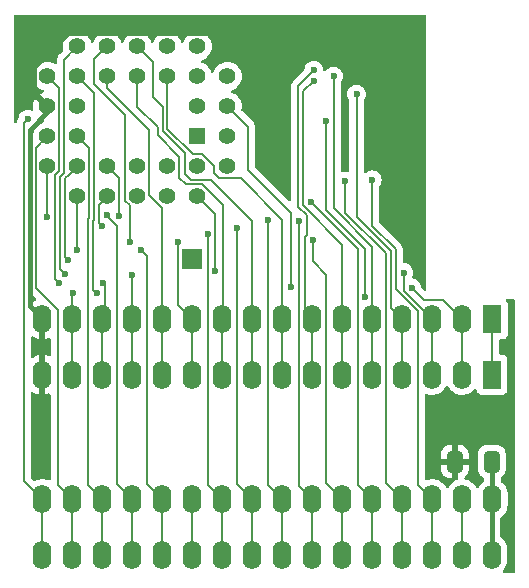
<source format=gbr>
%TF.GenerationSoftware,KiCad,Pcbnew,8.0.1-8.0.1-1~ubuntu22.04.1*%
%TF.CreationDate,2024-03-26T21:41:53+01:00*%
%TF.ProjectId,flash,666c6173-682e-46b6-9963-61645f706362,rev?*%
%TF.SameCoordinates,Original*%
%TF.FileFunction,Copper,L4,Bot*%
%TF.FilePolarity,Positive*%
%FSLAX46Y46*%
G04 Gerber Fmt 4.6, Leading zero omitted, Abs format (unit mm)*
G04 Created by KiCad (PCBNEW 8.0.1-8.0.1-1~ubuntu22.04.1) date 2024-03-26 21:41:53*
%MOMM*%
%LPD*%
G01*
G04 APERTURE LIST*
G04 Aperture macros list*
%AMRoundRect*
0 Rectangle with rounded corners*
0 $1 Rounding radius*
0 $2 $3 $4 $5 $6 $7 $8 $9 X,Y pos of 4 corners*
0 Add a 4 corners polygon primitive as box body*
4,1,4,$2,$3,$4,$5,$6,$7,$8,$9,$2,$3,0*
0 Add four circle primitives for the rounded corners*
1,1,$1+$1,$2,$3*
1,1,$1+$1,$4,$5*
1,1,$1+$1,$6,$7*
1,1,$1+$1,$8,$9*
0 Add four rect primitives between the rounded corners*
20,1,$1+$1,$2,$3,$4,$5,0*
20,1,$1+$1,$4,$5,$6,$7,0*
20,1,$1+$1,$6,$7,$8,$9,0*
20,1,$1+$1,$8,$9,$2,$3,0*%
G04 Aperture macros list end*
%TA.AperFunction,ComponentPad*%
%ADD10R,1.422400X1.422400*%
%TD*%
%TA.AperFunction,ComponentPad*%
%ADD11C,1.422400*%
%TD*%
%TA.AperFunction,ComponentPad*%
%ADD12R,1.600000X2.400000*%
%TD*%
%TA.AperFunction,ComponentPad*%
%ADD13O,1.600000X2.400000*%
%TD*%
%TA.AperFunction,ComponentPad*%
%ADD14R,1.700000X1.700000*%
%TD*%
%TA.AperFunction,SMDPad,CuDef*%
%ADD15RoundRect,0.250000X0.412500X0.650000X-0.412500X0.650000X-0.412500X-0.650000X0.412500X-0.650000X0*%
%TD*%
%TA.AperFunction,ViaPad*%
%ADD16C,0.800000*%
%TD*%
%TA.AperFunction,ViaPad*%
%ADD17C,0.600000*%
%TD*%
%TA.AperFunction,Conductor*%
%ADD18C,0.200000*%
%TD*%
%TA.AperFunction,Conductor*%
%ADD19C,0.400000*%
%TD*%
G04 APERTURE END LIST*
D10*
%TO.P,U2,1,A18*%
%TO.N,/A18*%
X214426800Y-168656000D03*
D11*
%TO.P,U2,2,A16*%
%TO.N,/A16*%
X216966800Y-166116000D03*
%TO.P,U2,3,A15*%
%TO.N,/A15*%
X214426800Y-166116000D03*
%TO.P,U2,4,A12*%
%TO.N,/A12*%
X216966800Y-163576000D03*
%TO.P,U2,5,A7*%
%TO.N,/A7*%
X214426800Y-161036000D03*
%TO.P,U2,6,A6*%
%TO.N,/A6*%
X214426800Y-163576000D03*
%TO.P,U2,7,A5*%
%TO.N,/A5*%
X211886800Y-161036000D03*
%TO.P,U2,8,A4*%
%TO.N,/A4*%
X211886800Y-163576000D03*
%TO.P,U2,9,A3*%
%TO.N,/A3*%
X209346800Y-161036000D03*
%TO.P,U2,10,A2*%
%TO.N,/A2*%
X209346800Y-163576000D03*
%TO.P,U2,11,A1*%
%TO.N,/A1*%
X206806800Y-161036000D03*
%TO.P,U2,12,A0*%
%TO.N,/A0*%
X206806800Y-163576000D03*
%TO.P,U2,13,D0*%
%TO.N,/D0*%
X204266800Y-161036000D03*
%TO.P,U2,14,D1*%
%TO.N,/D1*%
X201726800Y-163576000D03*
%TO.P,U2,15,D2*%
%TO.N,/D2*%
X204266800Y-163576000D03*
%TO.P,U2,16,GND*%
%TO.N,GND*%
X201726800Y-166116000D03*
%TO.P,U2,17,D3*%
%TO.N,/D3*%
X204266800Y-166116000D03*
%TO.P,U2,18,D4*%
%TO.N,/D4*%
X201726800Y-168656000D03*
%TO.P,U2,19,D5*%
%TO.N,/D5*%
X204266800Y-168656000D03*
%TO.P,U2,20,D6*%
%TO.N,/D6*%
X201726800Y-171196000D03*
%TO.P,U2,21,D7*%
%TO.N,/D7*%
X204266800Y-173736000D03*
%TO.P,U2,22,CE*%
%TO.N,/~{CS_ROM}*%
X204266800Y-171196000D03*
%TO.P,U2,23,A10*%
%TO.N,/A10*%
X206806800Y-173736000D03*
%TO.P,U2,24,OE*%
%TO.N,/~{OE}*%
X206806800Y-171196000D03*
%TO.P,U2,25,A11*%
%TO.N,/A11*%
X209346800Y-173736000D03*
%TO.P,U2,26,A9*%
%TO.N,/A9*%
X209346800Y-171196000D03*
%TO.P,U2,27,A8*%
%TO.N,/A8*%
X211886800Y-173736000D03*
%TO.P,U2,28,A13*%
%TO.N,/A13*%
X211886800Y-171196000D03*
%TO.P,U2,29,A14*%
%TO.N,/A14*%
X214426800Y-173736000D03*
%TO.P,U2,30,A17*%
%TO.N,/A17*%
X216966800Y-171196000D03*
%TO.P,U2,31,PGM*%
%TO.N,/~{WE}*%
X214426800Y-171196000D03*
%TO.P,U2,32,VCC*%
%TO.N,VCC*%
X216966800Y-168656000D03*
%TD*%
D12*
%TO.P,U1,1,A18*%
%TO.N,/A18*%
X239395000Y-184150000D03*
D13*
%TO.P,U1,2,A16*%
%TO.N,/A16*%
X236855000Y-184150000D03*
%TO.P,U1,3,A14*%
%TO.N,/A14*%
X234315000Y-184150000D03*
%TO.P,U1,4,A12*%
%TO.N,/A12*%
X231775000Y-184150000D03*
%TO.P,U1,5,A7*%
%TO.N,/A7*%
X229235000Y-184150000D03*
%TO.P,U1,6,A6*%
%TO.N,/A6*%
X226695000Y-184150000D03*
%TO.P,U1,7,A5*%
%TO.N,/A5*%
X224155000Y-184150000D03*
%TO.P,U1,8,A4*%
%TO.N,/A4*%
X221615000Y-184150000D03*
%TO.P,U1,9,A3*%
%TO.N,/A3*%
X219075000Y-184150000D03*
%TO.P,U1,10,A2*%
%TO.N,/A2*%
X216535000Y-184150000D03*
%TO.P,U1,11,A1*%
%TO.N,/A1*%
X213995000Y-184150000D03*
%TO.P,U1,12,A0*%
%TO.N,/A0*%
X211455000Y-184150000D03*
%TO.P,U1,13,DQ0*%
%TO.N,/D0*%
X208915000Y-184150000D03*
%TO.P,U1,14,DQ1*%
%TO.N,/D1*%
X206375000Y-184150000D03*
%TO.P,U1,15,DQ2*%
%TO.N,/D2*%
X203835000Y-184150000D03*
%TO.P,U1,16,VSS*%
%TO.N,GND*%
X201295000Y-184150000D03*
%TO.P,U1,17,DQ3*%
%TO.N,/D3*%
X201295000Y-199390000D03*
%TO.P,U1,18,DQ4*%
%TO.N,/D4*%
X203835000Y-199390000D03*
%TO.P,U1,19,DQ5*%
%TO.N,/D5*%
X206375000Y-199390000D03*
%TO.P,U1,20,DQ6*%
%TO.N,/D6*%
X208915000Y-199390000D03*
%TO.P,U1,21,DQ7*%
%TO.N,/D7*%
X211455000Y-199390000D03*
%TO.P,U1,22,CE#*%
%TO.N,/~{CE}*%
X213995000Y-199390000D03*
%TO.P,U1,23,A10*%
%TO.N,/A10*%
X216535000Y-199390000D03*
%TO.P,U1,24,OE#*%
%TO.N,/~{OE}*%
X219075000Y-199390000D03*
%TO.P,U1,25,A11*%
%TO.N,/A11*%
X221615000Y-199390000D03*
%TO.P,U1,26,A9*%
%TO.N,/A9*%
X224155000Y-199390000D03*
%TO.P,U1,27,A8*%
%TO.N,/A8*%
X226695000Y-199390000D03*
%TO.P,U1,28,A13*%
%TO.N,/A13*%
X229235000Y-199390000D03*
%TO.P,U1,29,WE#*%
%TO.N,/~{WE}*%
X231775000Y-199390000D03*
%TO.P,U1,30,A17*%
%TO.N,/A17*%
X234315000Y-199390000D03*
%TO.P,U1,31,A15*%
%TO.N,/A15*%
X236855000Y-199390000D03*
%TO.P,U1,32,VCC*%
%TO.N,VCC*%
X239395000Y-199390000D03*
%TD*%
%TO.P,U3,32,VCC*%
%TO.N,VCC*%
X239369600Y-204090000D03*
%TO.P,U3,31,A15*%
%TO.N,/A15*%
X236829600Y-204090000D03*
%TO.P,U3,30,A17*%
%TO.N,/A17*%
X234289600Y-204090000D03*
%TO.P,U3,29,WE#*%
%TO.N,/~{WE}*%
X231749600Y-204090000D03*
%TO.P,U3,28,A13*%
%TO.N,/A13*%
X229209600Y-204090000D03*
%TO.P,U3,27,A8*%
%TO.N,/A8*%
X226669600Y-204090000D03*
%TO.P,U3,26,A9*%
%TO.N,/A9*%
X224129600Y-204090000D03*
%TO.P,U3,25,A11*%
%TO.N,/A11*%
X221589600Y-204090000D03*
%TO.P,U3,24,OE#*%
%TO.N,/~{OE}*%
X219049600Y-204090000D03*
%TO.P,U3,23,A10*%
%TO.N,/A10*%
X216509600Y-204090000D03*
%TO.P,U3,22,CE#*%
%TO.N,/~{CE}*%
X213969600Y-204090000D03*
%TO.P,U3,21,DQ7*%
%TO.N,/D7*%
X211429600Y-204090000D03*
%TO.P,U3,20,DQ6*%
%TO.N,/D6*%
X208889600Y-204090000D03*
%TO.P,U3,19,DQ5*%
%TO.N,/D5*%
X206349600Y-204090000D03*
%TO.P,U3,18,DQ4*%
%TO.N,/D4*%
X203809600Y-204090000D03*
%TO.P,U3,17,DQ3*%
%TO.N,/D3*%
X201269600Y-204090000D03*
%TO.P,U3,16,VSS*%
%TO.N,GND*%
X201269600Y-188850000D03*
%TO.P,U3,15,DQ2*%
%TO.N,/D2*%
X203809600Y-188850000D03*
%TO.P,U3,14,DQ1*%
%TO.N,/D1*%
X206349600Y-188850000D03*
%TO.P,U3,13,DQ0*%
%TO.N,/D0*%
X208889600Y-188850000D03*
%TO.P,U3,12,A0*%
%TO.N,/A0*%
X211429600Y-188850000D03*
%TO.P,U3,11,A1*%
%TO.N,/A1*%
X213969600Y-188850000D03*
%TO.P,U3,10,A2*%
%TO.N,/A2*%
X216509600Y-188850000D03*
%TO.P,U3,9,A3*%
%TO.N,/A3*%
X219049600Y-188850000D03*
%TO.P,U3,8,A4*%
%TO.N,/A4*%
X221589600Y-188850000D03*
%TO.P,U3,7,A5*%
%TO.N,/A5*%
X224129600Y-188850000D03*
%TO.P,U3,6,A6*%
%TO.N,/A6*%
X226669600Y-188850000D03*
%TO.P,U3,5,A7*%
%TO.N,/A7*%
X229209600Y-188850000D03*
%TO.P,U3,4,A12*%
%TO.N,/A12*%
X231749600Y-188850000D03*
%TO.P,U3,3,A14*%
%TO.N,/A14*%
X234289600Y-188850000D03*
%TO.P,U3,2,A16*%
%TO.N,/A16*%
X236829600Y-188850000D03*
D12*
%TO.P,U3,1,A18*%
%TO.N,/A18*%
X239369600Y-188850000D03*
%TD*%
D14*
%TO.P,CS_ROM,1,Pin_1*%
%TO.N,/~{CS_ROM}*%
X213995000Y-179070000D03*
%TD*%
D15*
%TO.P,C1,1*%
%TO.N,VCC*%
X239345000Y-196215000D03*
%TO.P,C1,2*%
%TO.N,GND*%
X236220000Y-196215000D03*
%TD*%
D16*
%TO.N,GND*%
X234442000Y-196215000D03*
D17*
%TO.N,/A15*%
X225298000Y-167386000D03*
%TO.N,/A7*%
X225948001Y-163576000D03*
%TO.N,/A12*%
X227895000Y-165100000D03*
%TO.N,/A6*%
X224286000Y-163957000D03*
%TO.N,/A5*%
X224282000Y-163068000D03*
%TO.N,/A15*%
X228600000Y-182245000D03*
%TO.N,/A17*%
X229209600Y-172364400D03*
%TO.N,/~{WE}*%
X226949000Y-172466000D03*
%TO.N,/A13*%
X224028000Y-174244000D03*
%TO.N,/A8*%
X224194755Y-177425997D03*
%TO.N,/A16*%
X232562400Y-181508408D03*
X222351600Y-181457600D03*
%TO.N,/A14*%
X231902000Y-180212996D03*
X215950800Y-180086000D03*
%TO.N,/A9*%
X223062800Y-175869600D03*
D16*
%TO.N,GND*%
X219583000Y-165481000D03*
D17*
%TO.N,/A11*%
X220370398Y-175768000D03*
%TO.N,/A1*%
X212750400Y-177596800D03*
X208686400Y-177596800D03*
%TO.N,/A10*%
X215300800Y-176910996D03*
X206303434Y-176249728D03*
%TO.N,/~{OE}*%
X207822800Y-175412400D03*
X217779600Y-176418000D03*
%TO.N,/D7*%
X204266800Y-178308000D03*
X209651600Y-178308000D03*
%TO.N,/D6*%
X201726800Y-175514000D03*
X206806800Y-175358968D03*
%TO.N,/D3*%
X200063800Y-167216620D03*
%TO.N,/D2*%
X203860400Y-181965600D03*
X205928000Y-181965600D03*
%TO.N,/D0*%
X203250800Y-180340000D03*
X208889600Y-180390800D03*
%TO.N,/D1*%
X202742800Y-181102000D03*
X206400401Y-181101999D03*
%TO.N,/~{CS_ROM}*%
X203504800Y-179120800D03*
%TD*%
D18*
%TO.N,/A12*%
X227895000Y-175501686D02*
X227895000Y-165100000D01*
X230801200Y-178407886D02*
X227895000Y-175501686D01*
%TO.N,/A17*%
X229209600Y-176250600D02*
X229209600Y-172364400D01*
%TO.N,/A12*%
X230801200Y-183176200D02*
X230801200Y-178407886D01*
X231775000Y-184150000D02*
X230801200Y-183176200D01*
%TO.N,/A17*%
X234315000Y-199390000D02*
X233070400Y-198145400D01*
X233070400Y-183489765D02*
X231201200Y-181620565D01*
X231201200Y-178242200D02*
X229209600Y-176250600D01*
X233070400Y-198145400D02*
X233070400Y-183489765D01*
X231201200Y-181620565D02*
X231201200Y-178242200D01*
%TO.N,/~{WE}*%
X231775000Y-199390000D02*
X230401200Y-198016200D01*
X230401200Y-198016200D02*
X230401200Y-178585200D01*
X230401200Y-178585200D02*
X226949000Y-175133000D01*
X226949000Y-175133000D02*
X226949000Y-172466000D01*
%TO.N,/A7*%
X229235000Y-184150000D02*
X229235000Y-178054000D01*
X229235000Y-178054000D02*
X225948001Y-174767001D01*
X225948001Y-174767001D02*
X225948001Y-163576000D01*
%TO.N,/A15*%
X228600000Y-182245000D02*
X228600000Y-178181000D01*
X228600000Y-178181000D02*
X225298000Y-174879000D01*
X225298000Y-174879000D02*
X225298000Y-167386000D01*
%TO.N,/A13*%
X227990400Y-178206400D02*
X224028000Y-174244000D01*
%TO.N,/A5*%
X222978000Y-174678924D02*
X222978000Y-164372000D01*
%TO.N,/A13*%
X229235000Y-199390000D02*
X227990400Y-198145400D01*
%TO.N,/A6*%
X226695000Y-177830239D02*
X223378000Y-174513239D01*
%TO.N,/A5*%
X223662769Y-175363693D02*
X222978000Y-174678924D01*
%TO.N,/A6*%
X223378000Y-174513239D02*
X223378000Y-164865000D01*
%TO.N,/A5*%
X224155000Y-184150000D02*
X223544755Y-183539755D01*
%TO.N,/A13*%
X227990400Y-198145400D02*
X227990400Y-178206400D01*
%TO.N,/A5*%
X223544755Y-177156758D02*
X223662769Y-177038744D01*
X223662769Y-177038744D02*
X223662769Y-175363693D01*
X222978000Y-164372000D02*
X224282000Y-163068000D01*
%TO.N,/A6*%
X223378000Y-164865000D02*
X224286000Y-163957000D01*
X226695000Y-184150000D02*
X226695000Y-177830239D01*
%TO.N,/A5*%
X223544755Y-183539755D02*
X223544755Y-177156758D01*
%TO.N,/A8*%
X224194755Y-179225126D02*
X224194755Y-177425997D01*
X225346452Y-198041452D02*
X225346452Y-180376823D01*
X226695000Y-199390000D02*
X225346452Y-198041452D01*
X225346452Y-180376823D02*
X224194755Y-179225126D01*
%TO.N,/A3*%
X219075000Y-184150000D02*
X219075000Y-175800285D01*
X219075000Y-175800285D02*
X215599515Y-172324800D01*
X213341914Y-170067199D02*
X211486800Y-168212085D01*
X211486800Y-166147800D02*
X210693000Y-165354000D01*
X215599515Y-172324800D02*
X213842261Y-172324800D01*
X213842261Y-172324800D02*
X213341914Y-171824453D01*
X211486800Y-168212085D02*
X211486800Y-166147800D01*
X213341914Y-171824453D02*
X213341914Y-170067199D01*
X210693000Y-165354000D02*
X210693000Y-162382200D01*
X210693000Y-162382200D02*
X209346800Y-161036000D01*
%TO.N,/A16*%
X235219800Y-182514800D02*
X233568792Y-182514800D01*
%TO.N,/A11*%
X220370398Y-198145398D02*
X220370398Y-175768000D01*
X221615000Y-199390000D02*
X220370398Y-198145398D01*
%TO.N,/~{OE}*%
X219075000Y-199390000D02*
X217779600Y-198094600D01*
X217779600Y-198094600D02*
X217779600Y-176418000D01*
%TO.N,/A10*%
X215300800Y-198155800D02*
X215300800Y-176910996D01*
X216535000Y-199390000D02*
X215300800Y-198155800D01*
%TO.N,/A16*%
X233568792Y-182514800D02*
X232562400Y-181508408D01*
X236855000Y-184150000D02*
X235219800Y-182514800D01*
%TO.N,/A14*%
X231902000Y-181737000D02*
X231902000Y-180212996D01*
X234315000Y-184150000D02*
X231902000Y-181737000D01*
D19*
%TO.N,GND*%
X234442000Y-196215000D02*
X236220000Y-196215000D01*
X201726800Y-166116000D02*
X200615600Y-165004800D01*
X200615600Y-162771000D02*
X203461800Y-159924800D01*
X200615600Y-165004800D02*
X200615600Y-162771000D01*
X217074800Y-159924800D02*
X219456000Y-162306000D01*
X219456000Y-162306000D02*
X219456000Y-165354000D01*
X219456000Y-165354000D02*
X219583000Y-165481000D01*
X203461800Y-159924800D02*
X217074800Y-159924800D01*
D18*
%TO.N,/A16*%
X222351600Y-181457600D02*
X222351600Y-175150747D01*
X222351600Y-175150747D02*
X218694000Y-171493147D01*
X218694000Y-171493147D02*
X218694000Y-167843200D01*
X218694000Y-167843200D02*
X216966800Y-166116000D01*
%TO.N,/D3*%
X199714903Y-197809903D02*
X199714903Y-167565517D01*
D19*
%TO.N,GND*%
X200215600Y-183070600D02*
X201295000Y-184150000D01*
D18*
%TO.N,/D3*%
X199714903Y-167565517D02*
X200063800Y-167216620D01*
X201295000Y-199390000D02*
X199714903Y-197809903D01*
D19*
%TO.N,GND*%
X201726800Y-166116000D02*
X201726800Y-166614281D01*
X201726800Y-166614281D02*
X200215600Y-168125481D01*
X200215600Y-168125481D02*
X200215600Y-183070600D01*
D18*
%TO.N,/A14*%
X215950800Y-175260000D02*
X215950800Y-180086000D01*
%TO.N,/A2*%
X216535000Y-184150000D02*
X216600800Y-184084200D01*
%TO.N,/A14*%
X214426800Y-173736000D02*
X215950800Y-175260000D01*
%TO.N,/A2*%
X209346800Y-166164086D02*
X209346800Y-163576000D01*
X214845653Y-172724800D02*
X213443147Y-172724800D01*
X216600800Y-184084200D02*
X216600800Y-174479947D01*
X216600800Y-174479947D02*
X214845653Y-172724800D01*
X213443147Y-172724800D02*
X212898000Y-172179653D01*
X212898000Y-170392170D02*
X211086800Y-168580970D01*
X211086800Y-168580970D02*
X211086800Y-167904086D01*
X212898000Y-172179653D02*
X212898000Y-170392170D01*
X211086800Y-167904086D02*
X209346800Y-166164086D01*
%TO.N,/A4*%
X215838000Y-171177147D02*
X214845653Y-170184800D01*
X214025200Y-170184800D02*
X211886800Y-168046400D01*
X215838000Y-171780538D02*
X215838000Y-171177147D01*
X211886800Y-168046400D02*
X211886800Y-163576000D01*
X218074929Y-172207200D02*
X216264662Y-172207200D01*
X221615000Y-184150000D02*
X221615000Y-175747271D01*
X214845653Y-170184800D02*
X214025200Y-170184800D01*
X221615000Y-175747271D02*
X218074929Y-172207200D01*
X216264662Y-172207200D02*
X215838000Y-171780538D01*
%TO.N,/A0*%
X211455000Y-174734253D02*
X211455000Y-184150000D01*
X210358000Y-173637253D02*
X211455000Y-174734253D01*
X206806800Y-163576000D02*
X206806800Y-164581788D01*
X206806800Y-164581788D02*
X210358000Y-168132988D01*
X210358000Y-168132988D02*
X210358000Y-173637253D01*
%TO.N,/A9*%
X224155000Y-199390000D02*
X223029600Y-198264600D01*
X223029600Y-198264600D02*
X223029600Y-175902800D01*
X223029600Y-175902800D02*
X223062800Y-175869600D01*
%TO.N,/A1*%
X212750400Y-182905400D02*
X212750400Y-177596800D01*
X213995000Y-184150000D02*
X212750400Y-182905400D01*
%TO.N,/~{OE}*%
X207822800Y-172212000D02*
X207822800Y-175412400D01*
%TO.N,/D6*%
X207619600Y-198094600D02*
X207619600Y-176265600D01*
X208915000Y-199390000D02*
X207619600Y-198094600D01*
%TO.N,/~{OE}*%
X206806800Y-171196000D02*
X207822800Y-172212000D01*
%TO.N,/D6*%
X207619600Y-176265600D02*
X206806800Y-175452800D01*
X206806800Y-175452800D02*
X206806800Y-175358968D01*
%TO.N,/A10*%
X206095600Y-174447200D02*
X206095600Y-176041894D01*
X206806800Y-173736000D02*
X206095600Y-174447200D01*
X206095600Y-176041894D02*
X206303434Y-176249728D01*
%TO.N,/D5*%
X205278000Y-175608676D02*
X205198000Y-175688676D01*
X205198000Y-198213000D02*
X206375000Y-199390000D01*
%TO.N,/D2*%
X205598000Y-175854361D02*
X205598000Y-181635600D01*
%TO.N,/D5*%
X205198000Y-175688676D02*
X205198000Y-198213000D01*
%TO.N,/D2*%
X205678000Y-175774361D02*
X205598000Y-175854361D01*
X205678000Y-164987200D02*
X205678000Y-175774361D01*
%TO.N,/D5*%
X204266800Y-168656000D02*
X205278000Y-169667200D01*
%TO.N,/D2*%
X204266800Y-163576000D02*
X205678000Y-164987200D01*
X205598000Y-181635600D02*
X205928000Y-181965600D01*
%TO.N,/D5*%
X205278000Y-169667200D02*
X205278000Y-175608676D01*
%TO.N,/A1*%
X208686400Y-177596800D02*
X208686400Y-174505653D01*
X208686400Y-174505653D02*
X208330800Y-174150053D01*
X208330800Y-174150053D02*
X208330800Y-166878000D01*
X208330800Y-166878000D02*
X205689200Y-164236400D01*
X205689200Y-164236400D02*
X205689200Y-162153600D01*
X205689200Y-162153600D02*
X206806800Y-161036000D01*
%TO.N,/D7*%
X209651600Y-178308000D02*
X210159600Y-178816000D01*
X210159600Y-178816000D02*
X210159600Y-198094600D01*
X210159600Y-198094600D02*
X211455000Y-199390000D01*
X204266800Y-173736000D02*
X204266800Y-178308000D01*
%TO.N,/D0*%
X203138000Y-162164800D02*
X203138000Y-171780538D01*
%TO.N,/D1*%
X202376800Y-171976053D02*
X202376800Y-180736000D01*
X202376800Y-180736000D02*
X202742800Y-181102000D01*
%TO.N,/D0*%
X203138000Y-171780538D02*
X202776800Y-172141738D01*
%TO.N,/D1*%
X201726800Y-163576000D02*
X202738000Y-164587200D01*
X202738000Y-164587200D02*
X202738000Y-171614853D01*
%TO.N,/D6*%
X201726800Y-171196000D02*
X201726800Y-175514000D01*
%TO.N,/D0*%
X202776800Y-172141738D02*
X202776800Y-179866000D01*
X202776800Y-179866000D02*
X203250800Y-180340000D01*
%TO.N,/D1*%
X202738000Y-171614853D02*
X202376800Y-171976053D01*
%TO.N,/D0*%
X204266800Y-161036000D02*
X203138000Y-162164800D01*
%TO.N,/D1*%
X206578000Y-183947000D02*
X206578000Y-181279598D01*
X206375000Y-184150000D02*
X206578000Y-183947000D01*
X206578000Y-181279598D02*
X206400401Y-181101999D01*
%TO.N,/A15*%
X236829600Y-204090000D02*
X236829600Y-199415400D01*
X236829600Y-199415400D02*
X236855000Y-199390000D01*
%TO.N,/A17*%
X234289600Y-204090000D02*
X234289600Y-199415400D01*
X234289600Y-199415400D02*
X234315000Y-199390000D01*
%TO.N,/~{WE}*%
X231749600Y-204090000D02*
X231749600Y-199415400D01*
X231749600Y-199415400D02*
X231775000Y-199390000D01*
%TO.N,/A13*%
X229209600Y-204090000D02*
X229209600Y-199415400D01*
X229209600Y-199415400D02*
X229235000Y-199390000D01*
%TO.N,/A8*%
X226669600Y-204090000D02*
X226669600Y-199415400D01*
X226669600Y-199415400D02*
X226695000Y-199390000D01*
%TO.N,/A9*%
X224129600Y-204090000D02*
X224129600Y-199415400D01*
X224129600Y-199415400D02*
X224155000Y-199390000D01*
%TO.N,/A11*%
X221589600Y-204090000D02*
X221589600Y-199415400D01*
X221589600Y-199415400D02*
X221615000Y-199390000D01*
%TO.N,/~{OE}*%
X219049600Y-204090000D02*
X219049600Y-199415400D01*
X219049600Y-199415400D02*
X219075000Y-199390000D01*
%TO.N,/A10*%
X216509600Y-204090000D02*
X216509600Y-199415400D01*
X216509600Y-199415400D02*
X216535000Y-199390000D01*
%TO.N,/~{CE}*%
X213969600Y-204090000D02*
X213969600Y-199415400D01*
X213969600Y-199415400D02*
X213995000Y-199390000D01*
%TO.N,/D7*%
X211429600Y-204090000D02*
X211429600Y-199415400D01*
X211429600Y-199415400D02*
X211455000Y-199390000D01*
%TO.N,/D6*%
X208889600Y-204090000D02*
X208889600Y-199415400D01*
X208889600Y-199415400D02*
X208915000Y-199390000D01*
%TO.N,/D5*%
X206349600Y-204090000D02*
X206349600Y-199415400D01*
X206349600Y-199415400D02*
X206375000Y-199390000D01*
%TO.N,/D4*%
X203809600Y-204090000D02*
X203809600Y-199415400D01*
X203809600Y-199415400D02*
X203835000Y-199390000D01*
%TO.N,/D3*%
X201269600Y-204090000D02*
X201269600Y-199415400D01*
X201269600Y-199415400D02*
X201295000Y-199390000D01*
%TO.N,/A18*%
X239369600Y-188850000D02*
X239369600Y-184175400D01*
X239369600Y-184175400D02*
X239395000Y-184150000D01*
%TO.N,/A16*%
X236829600Y-188850000D02*
X236829600Y-184175400D01*
X236829600Y-184175400D02*
X236855000Y-184150000D01*
%TO.N,/A14*%
X234289600Y-188850000D02*
X234289600Y-184175400D01*
X234289600Y-184175400D02*
X234315000Y-184150000D01*
%TO.N,/A12*%
X231775000Y-184150000D02*
X231775000Y-188824600D01*
X231775000Y-188824600D02*
X231749600Y-188850000D01*
%TO.N,/A7*%
X229209600Y-188850000D02*
X229209600Y-184175400D01*
X229209600Y-184175400D02*
X229235000Y-184150000D01*
%TO.N,/A6*%
X226695000Y-184150000D02*
X226695000Y-188824600D01*
X226695000Y-188824600D02*
X226669600Y-188850000D01*
%TO.N,/A5*%
X224129600Y-188850000D02*
X224129600Y-184175400D01*
X224129600Y-184175400D02*
X224155000Y-184150000D01*
%TO.N,/A4*%
X221589600Y-188850000D02*
X221589600Y-184175400D01*
X221589600Y-184175400D02*
X221615000Y-184150000D01*
%TO.N,/A3*%
X219049600Y-188850000D02*
X219049600Y-184175400D01*
X219049600Y-184175400D02*
X219075000Y-184150000D01*
%TO.N,/A2*%
X216509600Y-188850000D02*
X216509600Y-184175400D01*
X216509600Y-184175400D02*
X216535000Y-184150000D01*
%TO.N,/A1*%
X213969600Y-188850000D02*
X213969600Y-184175400D01*
X213969600Y-184175400D02*
X213995000Y-184150000D01*
%TO.N,/A0*%
X211429600Y-188850000D02*
X211429600Y-184175400D01*
X211429600Y-184175400D02*
X211455000Y-184150000D01*
%TO.N,/D0*%
X208889600Y-188850000D02*
X208889600Y-184175400D01*
X208889600Y-184175400D02*
X208915000Y-184150000D01*
%TO.N,/D1*%
X206349600Y-188850000D02*
X206349600Y-184175400D01*
X206349600Y-184175400D02*
X206375000Y-184150000D01*
%TO.N,/D2*%
X203809600Y-188850000D02*
X203809600Y-184175400D01*
X203809600Y-184175400D02*
X203835000Y-184150000D01*
X203835000Y-182702200D02*
X203835000Y-181991000D01*
X203835000Y-181991000D02*
X203860400Y-181965600D01*
X203835000Y-184150000D02*
X203835000Y-182702200D01*
%TO.N,/~{CS_ROM}*%
X203538000Y-171924800D02*
X203538000Y-171946223D01*
X204266800Y-171196000D02*
X203538000Y-171924800D01*
X203538000Y-171946223D02*
X203250800Y-172233423D01*
X203250800Y-172233423D02*
X203250800Y-178866800D01*
X203250800Y-178866800D02*
X203504800Y-179120800D01*
%TO.N,/D0*%
X208889600Y-180390800D02*
X208889600Y-180797200D01*
X208889600Y-180797200D02*
X208915000Y-180822600D01*
X208915000Y-180822600D02*
X208915000Y-184150000D01*
%TO.N,/D4*%
X200715600Y-181513200D02*
X202590400Y-183388000D01*
X202590400Y-183388000D02*
X202590400Y-198145400D01*
X202590400Y-198145400D02*
X203835000Y-199390000D01*
X201726800Y-168656000D02*
X200715600Y-169667200D01*
X200715600Y-169667200D02*
X200715600Y-181513200D01*
D19*
%TO.N,VCC*%
X239395000Y-199390000D02*
X239395000Y-196546000D01*
X239369600Y-204090000D02*
X239369600Y-199415400D01*
X239369600Y-199415400D02*
X239395000Y-199390000D01*
%TO.N,GND*%
X201269600Y-188850000D02*
X201269600Y-184175400D01*
X201269600Y-184175400D02*
X201295000Y-184150000D01*
D18*
X201295000Y-184150000D02*
X201269600Y-184124600D01*
%TD*%
%TA.AperFunction,Conductor*%
%TO.N,GND*%
G36*
X241250539Y-182434985D02*
G01*
X241296294Y-182487789D01*
X241307500Y-182539300D01*
X241307500Y-205496500D01*
X241287815Y-205563539D01*
X241235011Y-205609294D01*
X241183500Y-205620500D01*
X240377647Y-205620500D01*
X240310608Y-205600815D01*
X240264853Y-205548011D01*
X240254909Y-205478853D01*
X240283934Y-205415297D01*
X240289966Y-205408819D01*
X240361566Y-205337219D01*
X240361568Y-205337215D01*
X240361571Y-205337213D01*
X240414332Y-205264590D01*
X240481887Y-205171610D01*
X240574820Y-204989219D01*
X240638077Y-204794534D01*
X240670100Y-204592352D01*
X240670100Y-203587648D01*
X240638077Y-203385466D01*
X240574820Y-203190781D01*
X240574818Y-203190778D01*
X240574818Y-203190776D01*
X240529115Y-203101080D01*
X240481887Y-203008390D01*
X240474156Y-202997749D01*
X240361571Y-202842786D01*
X240216817Y-202698032D01*
X240216812Y-202698028D01*
X240121215Y-202628573D01*
X240078549Y-202573243D01*
X240070100Y-202528255D01*
X240070100Y-200970198D01*
X240089785Y-200903159D01*
X240121212Y-200869881D01*
X240242219Y-200781966D01*
X240386966Y-200637219D01*
X240386968Y-200637215D01*
X240386971Y-200637213D01*
X240439732Y-200564590D01*
X240507287Y-200471610D01*
X240600220Y-200289219D01*
X240663477Y-200094534D01*
X240695500Y-199892352D01*
X240695500Y-198887648D01*
X240663477Y-198685466D01*
X240600220Y-198490781D01*
X240600218Y-198490778D01*
X240600218Y-198490776D01*
X240554515Y-198401080D01*
X240507287Y-198308390D01*
X240494233Y-198290423D01*
X240386971Y-198142786D01*
X240242217Y-197998032D01*
X240242212Y-197998028D01*
X240146615Y-197928573D01*
X240103949Y-197873243D01*
X240095500Y-197828255D01*
X240095500Y-197607507D01*
X240115185Y-197540468D01*
X240154403Y-197501968D01*
X240226156Y-197457712D01*
X240350212Y-197333656D01*
X240442314Y-197184334D01*
X240497499Y-197017797D01*
X240508000Y-196915009D01*
X240507999Y-195514992D01*
X240497499Y-195412203D01*
X240442314Y-195245666D01*
X240350212Y-195096344D01*
X240226156Y-194972288D01*
X240076834Y-194880186D01*
X239910297Y-194825001D01*
X239910295Y-194825000D01*
X239807510Y-194814500D01*
X238882498Y-194814500D01*
X238882480Y-194814501D01*
X238779703Y-194825000D01*
X238779700Y-194825001D01*
X238613168Y-194880185D01*
X238613163Y-194880187D01*
X238463842Y-194972289D01*
X238339789Y-195096342D01*
X238247687Y-195245663D01*
X238247685Y-195245668D01*
X238247615Y-195245880D01*
X238192501Y-195412203D01*
X238192501Y-195412204D01*
X238192500Y-195412204D01*
X238182000Y-195514983D01*
X238182000Y-196915001D01*
X238182001Y-196915018D01*
X238192500Y-197017796D01*
X238192501Y-197017799D01*
X238247615Y-197184119D01*
X238247686Y-197184334D01*
X238339788Y-197333656D01*
X238463844Y-197457712D01*
X238612427Y-197549358D01*
X238613171Y-197549817D01*
X238619716Y-197552869D01*
X238618728Y-197554987D01*
X238666948Y-197588372D01*
X238693772Y-197652887D01*
X238694500Y-197666307D01*
X238694500Y-197828255D01*
X238674815Y-197895294D01*
X238643385Y-197928573D01*
X238547787Y-197998028D01*
X238547782Y-197998032D01*
X238403028Y-198142786D01*
X238282715Y-198308386D01*
X238235485Y-198401080D01*
X238187510Y-198451876D01*
X238119689Y-198468671D01*
X238053554Y-198446134D01*
X238014515Y-198401080D01*
X238013883Y-198399840D01*
X237967287Y-198308390D01*
X237954233Y-198290423D01*
X237846971Y-198142786D01*
X237702213Y-197998028D01*
X237536613Y-197877715D01*
X237536612Y-197877714D01*
X237536610Y-197877713D01*
X237474105Y-197845865D01*
X237354223Y-197784781D01*
X237159535Y-197721523D01*
X237102505Y-197712490D01*
X237039371Y-197682560D01*
X237002440Y-197623248D01*
X237003438Y-197553386D01*
X237042048Y-197495153D01*
X237056808Y-197484478D01*
X237100843Y-197457317D01*
X237224815Y-197333345D01*
X237316856Y-197184124D01*
X237316858Y-197184119D01*
X237372005Y-197017697D01*
X237372006Y-197017690D01*
X237382499Y-196914986D01*
X237382500Y-196914973D01*
X237382500Y-196465000D01*
X236470000Y-196465000D01*
X236470000Y-197657576D01*
X236450315Y-197724615D01*
X236397511Y-197770370D01*
X236384322Y-197775506D01*
X236355777Y-197784781D01*
X236173386Y-197877715D01*
X236007786Y-197998028D01*
X235863028Y-198142786D01*
X235742715Y-198308386D01*
X235695485Y-198401080D01*
X235647510Y-198451876D01*
X235579689Y-198468671D01*
X235513554Y-198446134D01*
X235474515Y-198401080D01*
X235473883Y-198399840D01*
X235427287Y-198308390D01*
X235414233Y-198290423D01*
X235306971Y-198142786D01*
X235162213Y-197998028D01*
X234996613Y-197877715D01*
X234996612Y-197877714D01*
X234996610Y-197877713D01*
X234934105Y-197845865D01*
X234814223Y-197784781D01*
X234619534Y-197721522D01*
X234444995Y-197693878D01*
X234417352Y-197689500D01*
X234212648Y-197689500D01*
X234145254Y-197700174D01*
X234010464Y-197721523D01*
X234010461Y-197721523D01*
X233833218Y-197779113D01*
X233763376Y-197781108D01*
X233703544Y-197745027D01*
X233672716Y-197682326D01*
X233670900Y-197661182D01*
X233670900Y-196465000D01*
X235057501Y-196465000D01*
X235057501Y-196914986D01*
X235067994Y-197017697D01*
X235123141Y-197184119D01*
X235123143Y-197184124D01*
X235215184Y-197333345D01*
X235339154Y-197457315D01*
X235488375Y-197549356D01*
X235488380Y-197549358D01*
X235654802Y-197604505D01*
X235654809Y-197604506D01*
X235757519Y-197614999D01*
X235969999Y-197614999D01*
X235970000Y-197614998D01*
X235970000Y-196465000D01*
X235057501Y-196465000D01*
X233670900Y-196465000D01*
X233670900Y-195965000D01*
X235057500Y-195965000D01*
X235970000Y-195965000D01*
X235970000Y-194815000D01*
X236470000Y-194815000D01*
X236470000Y-195965000D01*
X237382499Y-195965000D01*
X237382499Y-195515028D01*
X237382498Y-195515013D01*
X237372005Y-195412302D01*
X237316858Y-195245880D01*
X237316856Y-195245875D01*
X237224815Y-195096654D01*
X237100845Y-194972684D01*
X236951624Y-194880643D01*
X236951619Y-194880641D01*
X236785197Y-194825494D01*
X236785190Y-194825493D01*
X236682486Y-194815000D01*
X236470000Y-194815000D01*
X235970000Y-194815000D01*
X235757529Y-194815000D01*
X235757512Y-194815001D01*
X235654802Y-194825494D01*
X235488380Y-194880641D01*
X235488375Y-194880643D01*
X235339154Y-194972684D01*
X235215184Y-195096654D01*
X235123143Y-195245875D01*
X235123141Y-195245880D01*
X235067994Y-195412302D01*
X235067993Y-195412309D01*
X235057500Y-195515013D01*
X235057500Y-195965000D01*
X233670900Y-195965000D01*
X233670900Y-190587069D01*
X233690585Y-190520030D01*
X233743389Y-190474275D01*
X233812547Y-190464331D01*
X233833209Y-190469135D01*
X233940467Y-190503986D01*
X233985065Y-190518477D01*
X234063248Y-190530860D01*
X234187248Y-190550500D01*
X234187249Y-190550500D01*
X234391951Y-190550500D01*
X234391952Y-190550500D01*
X234594134Y-190518477D01*
X234788819Y-190455220D01*
X234971210Y-190362287D01*
X235078621Y-190284249D01*
X235136813Y-190241971D01*
X235136815Y-190241968D01*
X235136819Y-190241966D01*
X235281566Y-190097219D01*
X235281568Y-190097215D01*
X235281571Y-190097213D01*
X235401884Y-189931614D01*
X235401883Y-189931614D01*
X235401887Y-189931610D01*
X235449116Y-189838917D01*
X235497089Y-189788123D01*
X235564910Y-189771328D01*
X235631045Y-189793865D01*
X235670085Y-189838919D01*
X235717315Y-189931614D01*
X235837628Y-190097213D01*
X235982386Y-190241971D01*
X236109301Y-190334178D01*
X236147990Y-190362287D01*
X236257462Y-190418066D01*
X236330376Y-190455218D01*
X236330378Y-190455218D01*
X236330381Y-190455220D01*
X236394677Y-190476111D01*
X236525065Y-190518477D01*
X236603248Y-190530860D01*
X236727248Y-190550500D01*
X236727249Y-190550500D01*
X236931951Y-190550500D01*
X236931952Y-190550500D01*
X237134134Y-190518477D01*
X237328819Y-190455220D01*
X237511210Y-190362287D01*
X237618621Y-190284249D01*
X237676813Y-190241971D01*
X237676815Y-190241968D01*
X237676819Y-190241966D01*
X237821566Y-190097219D01*
X237847930Y-190060930D01*
X237903258Y-190018265D01*
X237972871Y-190012284D01*
X238034667Y-190044889D01*
X238069026Y-190105726D01*
X238071538Y-190120559D01*
X238075507Y-190157480D01*
X238125802Y-190292328D01*
X238125806Y-190292335D01*
X238212052Y-190407544D01*
X238212055Y-190407547D01*
X238327264Y-190493793D01*
X238327271Y-190493797D01*
X238462117Y-190544091D01*
X238462116Y-190544091D01*
X238469044Y-190544835D01*
X238521727Y-190550500D01*
X240217472Y-190550499D01*
X240277083Y-190544091D01*
X240411931Y-190493796D01*
X240527146Y-190407546D01*
X240613396Y-190292331D01*
X240663691Y-190157483D01*
X240670100Y-190097873D01*
X240670099Y-187602128D01*
X240663691Y-187542517D01*
X240616805Y-187416810D01*
X240613397Y-187407671D01*
X240613393Y-187407664D01*
X240527147Y-187292455D01*
X240527144Y-187292452D01*
X240411935Y-187206206D01*
X240411928Y-187206202D01*
X240277082Y-187155908D01*
X240277083Y-187155908D01*
X240217483Y-187149501D01*
X240217481Y-187149500D01*
X240217473Y-187149500D01*
X240217465Y-187149500D01*
X240094100Y-187149500D01*
X240027061Y-187129815D01*
X239981306Y-187077011D01*
X239970100Y-187025500D01*
X239970100Y-185974499D01*
X239989785Y-185907460D01*
X240042589Y-185861705D01*
X240094100Y-185850499D01*
X240242871Y-185850499D01*
X240242872Y-185850499D01*
X240302483Y-185844091D01*
X240437331Y-185793796D01*
X240552546Y-185707546D01*
X240638796Y-185592331D01*
X240689091Y-185457483D01*
X240695500Y-185397873D01*
X240695499Y-182902128D01*
X240690299Y-182853757D01*
X240689091Y-182842516D01*
X240638797Y-182707671D01*
X240638796Y-182707669D01*
X240587853Y-182639618D01*
X240568383Y-182613610D01*
X240543967Y-182548147D01*
X240558818Y-182479874D01*
X240608223Y-182430468D01*
X240667651Y-182415300D01*
X241183500Y-182415300D01*
X241250539Y-182434985D01*
G37*
%TD.AperFunction*%
%TA.AperFunction,Conductor*%
G36*
X201519600Y-190526606D02*
G01*
X201574021Y-190517988D01*
X201768633Y-190454754D01*
X201809604Y-190433878D01*
X201878273Y-190420981D01*
X201943013Y-190447256D01*
X201983271Y-190504362D01*
X201989900Y-190544362D01*
X201989900Y-197682134D01*
X201970215Y-197749173D01*
X201917411Y-197794928D01*
X201848253Y-197804872D01*
X201809607Y-197792620D01*
X201794223Y-197784782D01*
X201794222Y-197784781D01*
X201794219Y-197784780D01*
X201698380Y-197753640D01*
X201599534Y-197721522D01*
X201424995Y-197693878D01*
X201397352Y-197689500D01*
X201192648Y-197689500D01*
X201125254Y-197700174D01*
X200990464Y-197721523D01*
X200990461Y-197721523D01*
X200795783Y-197784778D01*
X200705953Y-197830548D01*
X200637284Y-197843443D01*
X200572544Y-197817166D01*
X200561979Y-197807743D01*
X200351722Y-197597486D01*
X200318237Y-197536163D01*
X200315403Y-197509805D01*
X200315403Y-190406987D01*
X200335088Y-190339948D01*
X200387892Y-190294193D01*
X200457050Y-190284249D01*
X200512289Y-190306670D01*
X200588246Y-190361857D01*
X200770568Y-190454754D01*
X200965178Y-190517988D01*
X201019600Y-190526607D01*
X201019600Y-189165686D01*
X201023994Y-189170080D01*
X201115206Y-189222741D01*
X201216939Y-189250000D01*
X201322261Y-189250000D01*
X201423994Y-189222741D01*
X201515206Y-189170080D01*
X201519600Y-189165686D01*
X201519600Y-190526606D01*
G37*
%TD.AperFunction*%
%TA.AperFunction,Conductor*%
G36*
X201545000Y-185826606D02*
G01*
X201599421Y-185817988D01*
X201794032Y-185754754D01*
X201809602Y-185746821D01*
X201878271Y-185733923D01*
X201943012Y-185760197D01*
X201983271Y-185817302D01*
X201989900Y-185857304D01*
X201989900Y-187155637D01*
X201970215Y-187222676D01*
X201917411Y-187268431D01*
X201848253Y-187278375D01*
X201809606Y-187266122D01*
X201768632Y-187245245D01*
X201574013Y-187182009D01*
X201519600Y-187173390D01*
X201519600Y-188534314D01*
X201515206Y-188529920D01*
X201423994Y-188477259D01*
X201322261Y-188450000D01*
X201216939Y-188450000D01*
X201115206Y-188477259D01*
X201023994Y-188529920D01*
X201019600Y-188534314D01*
X201019600Y-187173390D01*
X200965186Y-187182009D01*
X200770570Y-187245244D01*
X200588250Y-187338140D01*
X200512289Y-187393330D01*
X200446482Y-187416810D01*
X200378428Y-187400985D01*
X200329733Y-187350879D01*
X200315403Y-187293012D01*
X200315403Y-185688533D01*
X200335088Y-185621494D01*
X200387892Y-185575739D01*
X200457050Y-185565795D01*
X200512289Y-185588215D01*
X200613650Y-185661859D01*
X200795968Y-185754754D01*
X200990578Y-185817988D01*
X201045000Y-185826607D01*
X201045000Y-184465686D01*
X201049394Y-184470080D01*
X201140606Y-184522741D01*
X201242339Y-184550000D01*
X201347661Y-184550000D01*
X201449394Y-184522741D01*
X201540606Y-184470080D01*
X201545000Y-184465686D01*
X201545000Y-185826606D01*
G37*
%TD.AperFunction*%
%TA.AperFunction,Conductor*%
G36*
X200520606Y-182167887D02*
G01*
X200527084Y-182173919D01*
X200743148Y-182389983D01*
X200776633Y-182451306D01*
X200771649Y-182520998D01*
X200729777Y-182576931D01*
X200711763Y-182588148D01*
X200613649Y-182638140D01*
X200512288Y-182711784D01*
X200446482Y-182735264D01*
X200378428Y-182719439D01*
X200329733Y-182669333D01*
X200315403Y-182611466D01*
X200315403Y-182261600D01*
X200335088Y-182194561D01*
X200387892Y-182148806D01*
X200457050Y-182138862D01*
X200520606Y-182167887D01*
G37*
%TD.AperFunction*%
%TA.AperFunction,Conductor*%
G36*
X233757539Y-158381185D02*
G01*
X233803294Y-158433989D01*
X233814500Y-158485500D01*
X233814500Y-181611911D01*
X233794815Y-181678950D01*
X233742011Y-181724705D01*
X233672853Y-181734649D01*
X233609297Y-181705624D01*
X233602819Y-181699592D01*
X233393100Y-181489873D01*
X233359615Y-181428550D01*
X233357563Y-181416094D01*
X233347768Y-181329153D01*
X233288189Y-181158886D01*
X233192216Y-181006146D01*
X233064662Y-180878592D01*
X232911923Y-180782619D01*
X232741654Y-180723039D01*
X232741650Y-180723038D01*
X232732582Y-180722017D01*
X232668168Y-180694949D01*
X232628614Y-180637354D01*
X232626477Y-180567517D01*
X232629426Y-180557842D01*
X232687366Y-180392258D01*
X232687369Y-180392245D01*
X232707565Y-180212999D01*
X232707565Y-180212992D01*
X232687369Y-180033746D01*
X232687368Y-180033741D01*
X232684261Y-180024861D01*
X232627789Y-179863474D01*
X232531816Y-179710734D01*
X232404262Y-179583180D01*
X232251523Y-179487207D01*
X232081254Y-179427627D01*
X232081250Y-179427626D01*
X231911816Y-179408536D01*
X231847402Y-179381469D01*
X231807847Y-179323874D01*
X231801700Y-179285316D01*
X231801700Y-178331260D01*
X231801701Y-178331247D01*
X231801701Y-178163144D01*
X231792483Y-178128743D01*
X231760777Y-178010416D01*
X231713344Y-177928259D01*
X231681724Y-177873490D01*
X231681718Y-177873482D01*
X229846419Y-176038183D01*
X229812934Y-175976860D01*
X229810100Y-175950502D01*
X229810100Y-172946812D01*
X229829785Y-172879773D01*
X229837155Y-172869497D01*
X229839410Y-172866667D01*
X229839416Y-172866662D01*
X229935389Y-172713922D01*
X229994968Y-172543655D01*
X229995588Y-172538151D01*
X230015165Y-172364403D01*
X230015165Y-172364396D01*
X229994969Y-172185150D01*
X229994968Y-172185145D01*
X229982886Y-172150617D01*
X229935389Y-172014878D01*
X229839416Y-171862138D01*
X229711862Y-171734584D01*
X229690832Y-171721370D01*
X229559123Y-171638611D01*
X229388854Y-171579031D01*
X229388849Y-171579030D01*
X229209604Y-171558835D01*
X229209596Y-171558835D01*
X229030350Y-171579030D01*
X229030345Y-171579031D01*
X228860076Y-171638611D01*
X228707337Y-171734584D01*
X228707181Y-171734741D01*
X228707055Y-171734809D01*
X228701895Y-171738925D01*
X228701174Y-171738021D01*
X228645858Y-171768226D01*
X228576166Y-171763242D01*
X228520233Y-171721370D01*
X228495816Y-171655906D01*
X228495500Y-171647060D01*
X228495500Y-165682412D01*
X228515185Y-165615373D01*
X228522555Y-165605097D01*
X228524810Y-165602267D01*
X228524816Y-165602262D01*
X228620789Y-165449522D01*
X228680368Y-165279255D01*
X228680854Y-165274943D01*
X228700565Y-165100003D01*
X228700565Y-165099996D01*
X228680369Y-164920750D01*
X228680368Y-164920745D01*
X228650692Y-164835935D01*
X228620789Y-164750478D01*
X228600992Y-164718972D01*
X228546937Y-164632944D01*
X228524816Y-164597738D01*
X228397262Y-164470184D01*
X228379880Y-164459262D01*
X228244523Y-164374211D01*
X228074254Y-164314631D01*
X228074249Y-164314630D01*
X227895004Y-164294435D01*
X227894996Y-164294435D01*
X227715750Y-164314630D01*
X227715745Y-164314631D01*
X227545476Y-164374211D01*
X227392737Y-164470184D01*
X227265184Y-164597737D01*
X227169211Y-164750476D01*
X227109631Y-164920745D01*
X227109630Y-164920750D01*
X227089435Y-165099996D01*
X227089435Y-165100003D01*
X227109630Y-165279249D01*
X227109631Y-165279254D01*
X227169211Y-165449523D01*
X227265185Y-165602263D01*
X227267445Y-165605097D01*
X227268334Y-165607275D01*
X227268889Y-165608158D01*
X227268734Y-165608255D01*
X227293855Y-165669783D01*
X227294500Y-165682412D01*
X227294500Y-171564041D01*
X227274815Y-171631080D01*
X227222011Y-171676835D01*
X227152853Y-171686779D01*
X227129555Y-171681086D01*
X227128257Y-171680632D01*
X227128253Y-171680631D01*
X226949004Y-171660435D01*
X226948996Y-171660435D01*
X226769750Y-171680630D01*
X226769742Y-171680632D01*
X226713455Y-171700328D01*
X226643676Y-171703889D01*
X226583049Y-171669160D01*
X226550822Y-171607166D01*
X226548501Y-171583286D01*
X226548501Y-164158412D01*
X226568186Y-164091373D01*
X226575556Y-164081097D01*
X226577811Y-164078267D01*
X226577817Y-164078262D01*
X226673790Y-163925522D01*
X226733369Y-163755255D01*
X226733370Y-163755249D01*
X226753566Y-163576003D01*
X226753566Y-163575996D01*
X226733370Y-163396750D01*
X226733369Y-163396745D01*
X226673789Y-163226476D01*
X226620062Y-163140971D01*
X226577817Y-163073738D01*
X226450263Y-162946184D01*
X226297524Y-162850211D01*
X226127255Y-162790631D01*
X226127250Y-162790630D01*
X225948005Y-162770435D01*
X225947997Y-162770435D01*
X225768751Y-162790630D01*
X225768746Y-162790631D01*
X225598477Y-162850211D01*
X225445738Y-162946184D01*
X225318185Y-163073737D01*
X225318179Y-163073744D01*
X225311712Y-163084037D01*
X225259376Y-163130326D01*
X225190322Y-163140971D01*
X225126475Y-163112592D01*
X225088106Y-163054201D01*
X225083502Y-163031943D01*
X225082019Y-163018784D01*
X225067369Y-162888750D01*
X225067369Y-162888749D01*
X225067368Y-162888745D01*
X225033036Y-162790630D01*
X225007789Y-162718478D01*
X224911816Y-162565738D01*
X224784262Y-162438184D01*
X224764513Y-162425775D01*
X224631523Y-162342211D01*
X224461254Y-162282631D01*
X224461249Y-162282630D01*
X224282004Y-162262435D01*
X224281996Y-162262435D01*
X224102750Y-162282630D01*
X224102745Y-162282631D01*
X223932476Y-162342211D01*
X223779737Y-162438184D01*
X223652184Y-162565737D01*
X223556210Y-162718478D01*
X223496630Y-162888750D01*
X223486837Y-162975668D01*
X223459770Y-163040082D01*
X223451298Y-163049465D01*
X222609286Y-163891478D01*
X222497481Y-164003282D01*
X222497477Y-164003287D01*
X222478595Y-164035994D01*
X222478559Y-164036057D01*
X222418423Y-164140215D01*
X222377499Y-164292943D01*
X222377499Y-164292945D01*
X222377499Y-164461046D01*
X222377500Y-164461059D01*
X222377500Y-174028049D01*
X222357815Y-174095088D01*
X222305011Y-174140843D01*
X222235853Y-174150787D01*
X222172297Y-174121762D01*
X222165819Y-174115730D01*
X219330819Y-171280730D01*
X219297334Y-171219407D01*
X219294500Y-171193049D01*
X219294500Y-167932260D01*
X219294501Y-167932247D01*
X219294501Y-167764144D01*
X219291541Y-167753098D01*
X219253577Y-167611416D01*
X219227438Y-167566142D01*
X219174524Y-167474490D01*
X219174518Y-167474482D01*
X218186235Y-166486200D01*
X218152750Y-166424877D01*
X218154142Y-166366423D01*
X218155806Y-166360216D01*
X218164649Y-166327213D01*
X218183128Y-166116000D01*
X218164649Y-165904787D01*
X218109774Y-165699991D01*
X218020171Y-165507836D01*
X218020169Y-165507833D01*
X218020168Y-165507831D01*
X217898564Y-165334163D01*
X217898559Y-165334157D01*
X217748642Y-165184240D01*
X217748636Y-165184235D01*
X217574968Y-165062631D01*
X217574964Y-165062629D01*
X217382809Y-164973026D01*
X217382805Y-164973025D01*
X217382801Y-164973023D01*
X217355749Y-164965775D01*
X217296088Y-164929410D01*
X217265559Y-164866563D01*
X217273854Y-164797188D01*
X217318339Y-164743310D01*
X217355749Y-164726225D01*
X217373730Y-164721406D01*
X217382809Y-164718974D01*
X217574964Y-164629371D01*
X217748641Y-164507761D01*
X217898561Y-164357841D01*
X218020171Y-164184164D01*
X218109774Y-163992009D01*
X218164649Y-163787213D01*
X218183128Y-163576000D01*
X218164649Y-163364787D01*
X218109774Y-163159991D01*
X218020171Y-162967836D01*
X218020169Y-162967833D01*
X218020168Y-162967831D01*
X217898564Y-162794163D01*
X217898559Y-162794157D01*
X217748642Y-162644240D01*
X217748636Y-162644235D01*
X217574968Y-162522631D01*
X217574964Y-162522629D01*
X217512031Y-162493283D01*
X217382809Y-162433026D01*
X217382805Y-162433025D01*
X217382801Y-162433023D01*
X217178018Y-162378152D01*
X217178008Y-162378150D01*
X216966801Y-162359672D01*
X216966799Y-162359672D01*
X216755591Y-162378150D01*
X216755581Y-162378152D01*
X216550798Y-162433023D01*
X216550789Y-162433027D01*
X216358635Y-162522629D01*
X216358631Y-162522631D01*
X216184963Y-162644235D01*
X216184957Y-162644240D01*
X216035040Y-162794157D01*
X216035035Y-162794163D01*
X215913431Y-162967831D01*
X215913429Y-162967835D01*
X215823827Y-163159989D01*
X215823824Y-163159996D01*
X215816575Y-163187051D01*
X215780209Y-163246711D01*
X215717362Y-163277240D01*
X215647987Y-163268945D01*
X215594109Y-163224459D01*
X215577025Y-163187051D01*
X215569775Y-163159996D01*
X215569774Y-163159991D01*
X215480171Y-162967836D01*
X215480169Y-162967833D01*
X215480168Y-162967831D01*
X215358564Y-162794163D01*
X215358559Y-162794157D01*
X215208642Y-162644240D01*
X215208636Y-162644235D01*
X215034968Y-162522631D01*
X215034964Y-162522629D01*
X214972031Y-162493283D01*
X214842809Y-162433026D01*
X214842805Y-162433025D01*
X214842801Y-162433023D01*
X214815749Y-162425775D01*
X214756088Y-162389410D01*
X214725559Y-162326563D01*
X214733854Y-162257188D01*
X214778339Y-162203310D01*
X214815749Y-162186225D01*
X214833730Y-162181406D01*
X214842809Y-162178974D01*
X215034964Y-162089371D01*
X215208641Y-161967761D01*
X215358561Y-161817841D01*
X215480171Y-161644164D01*
X215569774Y-161452009D01*
X215624649Y-161247213D01*
X215643128Y-161036000D01*
X215624649Y-160824787D01*
X215569774Y-160619991D01*
X215480171Y-160427836D01*
X215480169Y-160427833D01*
X215480168Y-160427831D01*
X215358564Y-160254163D01*
X215358559Y-160254157D01*
X215208642Y-160104240D01*
X215208636Y-160104235D01*
X215034968Y-159982631D01*
X215034964Y-159982629D01*
X214842809Y-159893026D01*
X214842805Y-159893025D01*
X214842801Y-159893023D01*
X214638018Y-159838152D01*
X214638008Y-159838150D01*
X214426801Y-159819672D01*
X214426799Y-159819672D01*
X214215591Y-159838150D01*
X214215581Y-159838152D01*
X214010798Y-159893023D01*
X214010789Y-159893027D01*
X213818635Y-159982629D01*
X213818631Y-159982631D01*
X213644963Y-160104235D01*
X213644957Y-160104240D01*
X213495040Y-160254157D01*
X213495035Y-160254163D01*
X213373431Y-160427831D01*
X213373429Y-160427835D01*
X213283827Y-160619989D01*
X213283824Y-160619996D01*
X213276575Y-160647051D01*
X213240209Y-160706711D01*
X213177362Y-160737240D01*
X213107987Y-160728945D01*
X213054109Y-160684459D01*
X213037025Y-160647051D01*
X213029775Y-160619996D01*
X213029774Y-160619991D01*
X212940171Y-160427836D01*
X212940169Y-160427833D01*
X212940168Y-160427831D01*
X212818564Y-160254163D01*
X212818559Y-160254157D01*
X212668642Y-160104240D01*
X212668636Y-160104235D01*
X212494968Y-159982631D01*
X212494964Y-159982629D01*
X212302809Y-159893026D01*
X212302805Y-159893025D01*
X212302801Y-159893023D01*
X212098018Y-159838152D01*
X212098008Y-159838150D01*
X211886801Y-159819672D01*
X211886799Y-159819672D01*
X211675591Y-159838150D01*
X211675581Y-159838152D01*
X211470798Y-159893023D01*
X211470789Y-159893027D01*
X211278635Y-159982629D01*
X211278631Y-159982631D01*
X211104963Y-160104235D01*
X211104957Y-160104240D01*
X210955040Y-160254157D01*
X210955035Y-160254163D01*
X210833431Y-160427831D01*
X210833429Y-160427835D01*
X210743827Y-160619989D01*
X210743824Y-160619996D01*
X210736575Y-160647051D01*
X210700209Y-160706711D01*
X210637362Y-160737240D01*
X210567987Y-160728945D01*
X210514109Y-160684459D01*
X210497025Y-160647051D01*
X210489775Y-160619996D01*
X210489774Y-160619991D01*
X210400171Y-160427836D01*
X210400169Y-160427833D01*
X210400168Y-160427831D01*
X210278564Y-160254163D01*
X210278559Y-160254157D01*
X210128642Y-160104240D01*
X210128636Y-160104235D01*
X209954968Y-159982631D01*
X209954964Y-159982629D01*
X209762809Y-159893026D01*
X209762805Y-159893025D01*
X209762801Y-159893023D01*
X209558018Y-159838152D01*
X209558008Y-159838150D01*
X209346801Y-159819672D01*
X209346799Y-159819672D01*
X209135591Y-159838150D01*
X209135581Y-159838152D01*
X208930798Y-159893023D01*
X208930789Y-159893027D01*
X208738635Y-159982629D01*
X208738631Y-159982631D01*
X208564963Y-160104235D01*
X208564957Y-160104240D01*
X208415040Y-160254157D01*
X208415035Y-160254163D01*
X208293431Y-160427831D01*
X208293429Y-160427835D01*
X208203827Y-160619989D01*
X208203824Y-160619996D01*
X208196575Y-160647051D01*
X208160209Y-160706711D01*
X208097362Y-160737240D01*
X208027987Y-160728945D01*
X207974109Y-160684459D01*
X207957025Y-160647051D01*
X207949775Y-160619996D01*
X207949774Y-160619991D01*
X207860171Y-160427836D01*
X207860169Y-160427833D01*
X207860168Y-160427831D01*
X207738564Y-160254163D01*
X207738559Y-160254157D01*
X207588642Y-160104240D01*
X207588636Y-160104235D01*
X207414968Y-159982631D01*
X207414964Y-159982629D01*
X207222809Y-159893026D01*
X207222805Y-159893025D01*
X207222801Y-159893023D01*
X207018018Y-159838152D01*
X207018008Y-159838150D01*
X206806801Y-159819672D01*
X206806799Y-159819672D01*
X206595591Y-159838150D01*
X206595581Y-159838152D01*
X206390798Y-159893023D01*
X206390789Y-159893027D01*
X206198635Y-159982629D01*
X206198631Y-159982631D01*
X206024963Y-160104235D01*
X206024957Y-160104240D01*
X205875040Y-160254157D01*
X205875035Y-160254163D01*
X205753431Y-160427831D01*
X205753429Y-160427835D01*
X205663827Y-160619989D01*
X205663824Y-160619996D01*
X205656575Y-160647051D01*
X205620209Y-160706711D01*
X205557362Y-160737240D01*
X205487987Y-160728945D01*
X205434109Y-160684459D01*
X205417025Y-160647051D01*
X205409775Y-160619996D01*
X205409774Y-160619991D01*
X205320171Y-160427836D01*
X205320169Y-160427833D01*
X205320168Y-160427831D01*
X205198564Y-160254163D01*
X205198559Y-160254157D01*
X205048642Y-160104240D01*
X205048636Y-160104235D01*
X204874968Y-159982631D01*
X204874964Y-159982629D01*
X204682809Y-159893026D01*
X204682805Y-159893025D01*
X204682801Y-159893023D01*
X204478018Y-159838152D01*
X204478008Y-159838150D01*
X204266801Y-159819672D01*
X204266799Y-159819672D01*
X204055591Y-159838150D01*
X204055581Y-159838152D01*
X203850798Y-159893023D01*
X203850789Y-159893027D01*
X203658635Y-159982629D01*
X203658631Y-159982631D01*
X203484963Y-160104235D01*
X203484957Y-160104240D01*
X203335040Y-160254157D01*
X203335035Y-160254163D01*
X203213431Y-160427831D01*
X203213429Y-160427835D01*
X203123827Y-160619989D01*
X203123823Y-160619998D01*
X203068952Y-160824781D01*
X203068950Y-160824791D01*
X203050472Y-161035999D01*
X203050472Y-161036000D01*
X203068950Y-161247208D01*
X203068951Y-161247214D01*
X203079458Y-161286424D01*
X203077795Y-161356274D01*
X203047364Y-161406199D01*
X202769286Y-161684278D01*
X202657481Y-161796082D01*
X202657479Y-161796084D01*
X202644919Y-161817841D01*
X202635582Y-161834013D01*
X202578423Y-161933015D01*
X202537499Y-162085743D01*
X202537499Y-162085745D01*
X202537499Y-162253846D01*
X202537500Y-162253859D01*
X202537500Y-162426244D01*
X202517815Y-162493283D01*
X202465011Y-162539038D01*
X202395853Y-162548982D01*
X202342379Y-162527820D01*
X202334972Y-162522634D01*
X202334964Y-162522629D01*
X202272031Y-162493283D01*
X202142809Y-162433026D01*
X202142805Y-162433025D01*
X202142801Y-162433023D01*
X201938018Y-162378152D01*
X201938008Y-162378150D01*
X201726801Y-162359672D01*
X201726799Y-162359672D01*
X201515591Y-162378150D01*
X201515581Y-162378152D01*
X201310798Y-162433023D01*
X201310789Y-162433027D01*
X201118635Y-162522629D01*
X201118631Y-162522631D01*
X200944963Y-162644235D01*
X200944957Y-162644240D01*
X200795040Y-162794157D01*
X200795035Y-162794163D01*
X200673431Y-162967831D01*
X200673429Y-162967835D01*
X200583827Y-163159989D01*
X200583823Y-163159998D01*
X200528952Y-163364781D01*
X200528950Y-163364791D01*
X200510472Y-163575999D01*
X200510472Y-163576000D01*
X200528950Y-163787208D01*
X200528952Y-163787218D01*
X200583823Y-163992001D01*
X200583825Y-163992005D01*
X200583826Y-163992009D01*
X200652935Y-164140215D01*
X200673429Y-164184164D01*
X200673431Y-164184168D01*
X200795035Y-164357836D01*
X200795040Y-164357842D01*
X200944957Y-164507759D01*
X200944963Y-164507764D01*
X201118631Y-164629368D01*
X201118633Y-164629369D01*
X201118636Y-164629371D01*
X201310791Y-164718974D01*
X201310797Y-164718975D01*
X201310798Y-164718976D01*
X201338814Y-164726483D01*
X201398475Y-164762848D01*
X201429004Y-164825695D01*
X201420709Y-164895070D01*
X201376224Y-164948948D01*
X201338814Y-164966033D01*
X201310970Y-164973493D01*
X201310961Y-164973497D01*
X201118888Y-165063062D01*
X201065086Y-165100733D01*
X201680353Y-165716000D01*
X201674139Y-165716000D01*
X201572406Y-165743259D01*
X201481194Y-165795920D01*
X201406720Y-165870394D01*
X201354059Y-165961606D01*
X201326800Y-166063339D01*
X201326800Y-166069553D01*
X200711533Y-165454286D01*
X200673862Y-165508088D01*
X200584297Y-165700161D01*
X200584293Y-165700170D01*
X200529445Y-165904868D01*
X200529443Y-165904879D01*
X200510973Y-166115998D01*
X200510973Y-166116001D01*
X200529443Y-166327120D01*
X200530385Y-166332460D01*
X200528980Y-166332707D01*
X200527466Y-166395849D01*
X200488294Y-166453705D01*
X200424061Y-166481198D01*
X200368407Y-166475114D01*
X200243057Y-166431252D01*
X200243049Y-166431250D01*
X200063804Y-166411055D01*
X200063796Y-166411055D01*
X199884550Y-166431250D01*
X199884545Y-166431251D01*
X199714276Y-166490831D01*
X199561537Y-166586804D01*
X199433984Y-166714357D01*
X199338010Y-166867098D01*
X199278430Y-167037370D01*
X199268637Y-167124287D01*
X199241570Y-167188701D01*
X199235089Y-167195880D01*
X199234382Y-167196802D01*
X199226874Y-167209807D01*
X199205565Y-167246716D01*
X199183570Y-167284812D01*
X199156137Y-167332328D01*
X199155326Y-167333732D01*
X199118274Y-167472009D01*
X199081910Y-167531668D01*
X199019062Y-167562197D01*
X198949687Y-167553902D01*
X198895809Y-167509417D01*
X198874535Y-167442864D01*
X198874500Y-167439914D01*
X198874500Y-158485500D01*
X198894185Y-158418461D01*
X198946989Y-158372706D01*
X198998500Y-158361500D01*
X233690500Y-158361500D01*
X233757539Y-158381185D01*
G37*
%TD.AperFunction*%
%TA.AperFunction,Conductor*%
G36*
X200628748Y-167892656D02*
G01*
X200673962Y-167945923D01*
X200683201Y-168015179D01*
X200673031Y-168048687D01*
X200583828Y-168239984D01*
X200583824Y-168239995D01*
X200559178Y-168331978D01*
X200522813Y-168391638D01*
X200459966Y-168422167D01*
X200390590Y-168413872D01*
X200336712Y-168369387D01*
X200315438Y-168302835D01*
X200315403Y-168299884D01*
X200315403Y-168064655D01*
X200335088Y-167997616D01*
X200387892Y-167951861D01*
X200398450Y-167947613D01*
X200403279Y-167945923D01*
X200413322Y-167942409D01*
X200494678Y-167891289D01*
X200561912Y-167872289D01*
X200628748Y-167892656D01*
G37*
%TD.AperFunction*%
%TA.AperFunction,Conductor*%
G36*
X201063566Y-167130200D02*
G01*
X201118889Y-167168938D01*
X201310961Y-167258502D01*
X201310966Y-167258505D01*
X201338811Y-167265965D01*
X201398473Y-167302328D01*
X201429004Y-167365175D01*
X201420711Y-167434550D01*
X201376227Y-167488429D01*
X201338818Y-167505515D01*
X201310799Y-167513023D01*
X201310789Y-167513027D01*
X201118635Y-167602629D01*
X201118631Y-167602631D01*
X200981182Y-167698874D01*
X200914976Y-167721201D01*
X200847208Y-167704191D01*
X200799396Y-167653242D01*
X200786718Y-167584533D01*
X200793018Y-167556344D01*
X200849166Y-167395882D01*
X200849169Y-167395869D01*
X200869222Y-167217892D01*
X200896288Y-167153478D01*
X200953883Y-167113923D01*
X201023720Y-167111785D01*
X201063566Y-167130200D01*
G37*
%TD.AperFunction*%
%TD*%
M02*

</source>
